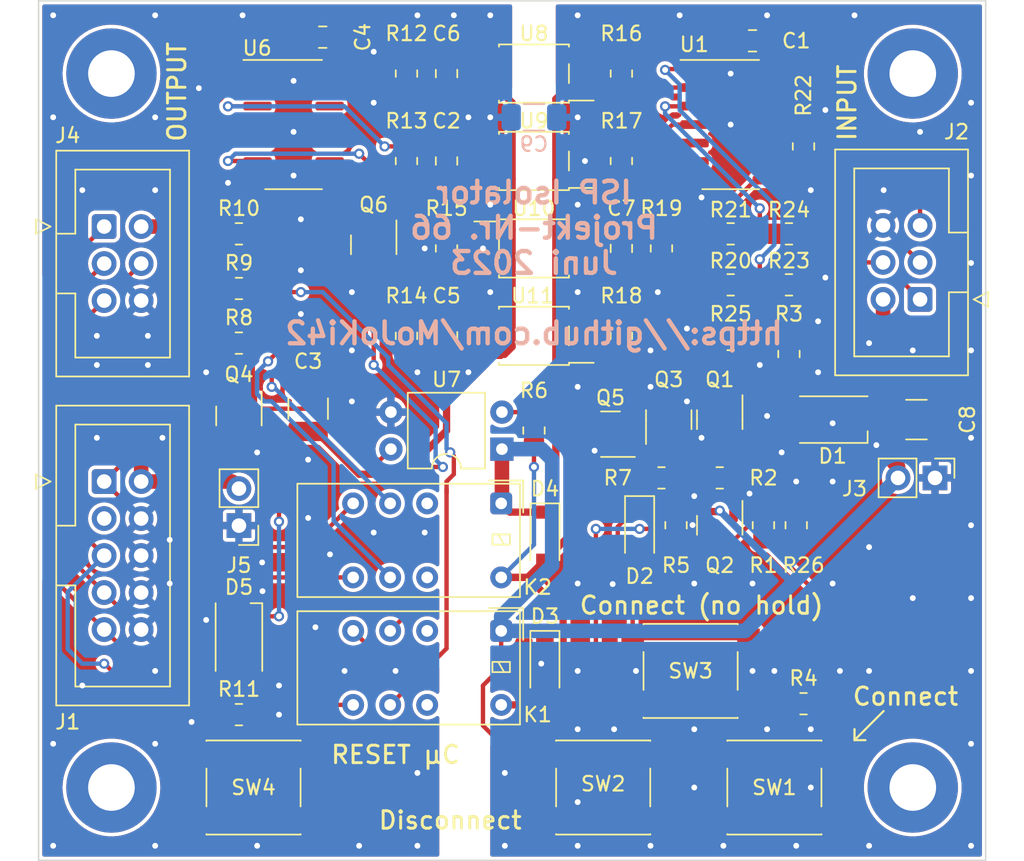
<source format=kicad_pcb>
(kicad_pcb (version 20211014) (generator pcbnew)
  (layers (0 "F.Cu" signal) (31 "B.Cu" signal) (34 "B.Paste" user) (35 "F.Paste" user) (36 "B.SilkS" user "B.Silkscreen") (37 "F.SilkS" user "F.Silkscreen") (38 "B.Mask" user) (39 "F.Mask" user) (44 "Edge.Cuts" user))
  (net 0 "")
  (net 1 "+5V")
  (net 2 "GND1")
  (net 3 "VCC")
  (net 4 "GND2")
  (net 5 "Net-(D1-Pad1)")
  (net 6 "Net-(D2-Pad1)")
  (net 7 "Net-(Q2-Pad3)")
  (net 8 "/EN")
  (net 9 "Net-(D5-Pad1)")
  (net 10 "/MOSI_ext")
  (net 11 "Net-(J1-Pad2)")
  (net 13 "/RESET_ext")
  (net 14 "/SCK_ext")
  (net 15 "/MISO_ext")
  (net 16 "/MISO")
  (net 17 "/SCK")
  (net 18 "/MOSI")
  (net 19 "/RESET")
  (net 21 "Net-(K1-Pad4)")
  (net 22 "Net-(K1-Pad9)")
  (net 25 "Net-(K2-Pad4)")
  (net 26 "Net-(K2-Pad9)")
  (net 28 "Net-(Q1-Pad1)")
  (net 29 "Net-(Q1-Pad3)")
  (net 30 "Net-(Q3-Pad1)")
  (net 31 "Net-(Q4-Pad1)")
  (net 32 "Net-(Q6-Pad1)")
  (net 33 "Net-(R1-Pad2)")
  (net 34 "Net-(SW3-Pad2)")
  (net 35 "Net-(R6-Pad1)")
  (net 36 "Net-(R10-Pad2)")
  (net 37 "Net-(R12-Pad1)")
  (net 38 "Net-(R13-Pad1)")
  (net 39 "Net-(R14-Pad1)")
  (net 40 "Net-(R15-Pad1)")
  (net 41 "Net-(R15-Pad2)")
  (net 42 "Net-(R16-Pad1)")
  (net 43 "Net-(R16-Pad2)")
  (net 44 "Net-(R17-Pad1)")
  (net 45 "Net-(R17-Pad2)")
  (net 46 "Net-(R18-Pad1)")
  (net 47 "Net-(R18-Pad2)")
  (net 48 "Net-(R19-Pad1)")
  (net 49 "Net-(R20-Pad2)")
  (net 50 "Net-(R21-Pad2)")
  (net 51 "Net-(R25-Pad2)")
  (footprint "Diode_SMD:D_SOD-123" (layer "F.Cu") (at 113.75 83.75 -90)
    (fp_text reference "D4")
    (fp_text value "MBR0520")
  )
  (footprint "Resistor_SMD:R_0805_2012Metric_Pad1.20x1.40mm_HandSolder" (layer "F.Cu") (at 126.5 66.5)
    (fp_text reference "R20")
    (fp_text value "1M")
  )
  (footprint "Resistor_SMD:R_0805_2012Metric_Pad1.20x1.40mm_HandSolder" (layer "F.Cu") (at 126.5 63)
    (fp_text reference "R21")
    (fp_text value "1M")
  )
  (footprint "Resistor_SMD:R_0805_2012Metric_Pad1.20x1.40mm_HandSolder" (layer "F.Cu") (at 130.5 71.25 -90)
    (fp_text reference "R3")
    (fp_text value "10k")
  )
  (footprint "Package_SO:SO-5_4.4x3.6mm_P1.27mm" (layer "F.Cu") (at 113 58 180)
    (fp_text reference "U9")
    (fp_text value "TLP2363")
  )
  (footprint "Connector_PinHeader_2.54mm:PinHeader_1x02_P2.54mm_Vertical" (layer "F.Cu") (at 92.75 83.025 180)
    (fp_text reference "J5")
    (fp_text value "Conn_01x02")
  )
  (footprint "Package_SO:SO-5_4.4x3.6mm_P1.27mm" (layer "F.Cu") (at 113 70 180)
    (fp_text reference "U11")
    (fp_text value "TLP2363")
  )
  (footprint "Resistor_SMD:R_0805_2012Metric_Pad1.20x1.40mm_HandSolder" (layer "F.Cu") (at 131 83 -90)
    (fp_text reference "R26")
    (fp_text value "4.7k")
  )
  (footprint "Diode_SMD:D_SOD-123" (layer "F.Cu") (at 120.25 83.25 -90)
    (fp_text reference "D2")
    (fp_text value "MBR0520")
  )
  (footprint "Resistor_SMD:R_0805_2012Metric_Pad1.20x1.40mm_HandSolder" (layer "F.Cu") (at 113 76.5 -90)
    (fp_text reference "R6")
    (fp_text value "1k")
  )
  (footprint "Package_TO_SOT_SMD:SOT-23" (layer "F.Cu") (at 118.25 76.75 180)
    (fp_text reference "Q5")
    (fp_text value "AP2302B")
  )
  (footprint "Resistor_SMD:R_0805_2012Metric_Pad1.20x1.40mm_HandSolder" (layer "F.Cu") (at 92.75 70.5 180)
    (fp_text reference "R8")
    (fp_text value "100k")
  )
  (footprint "Package_TO_SOT_SMD:SOT-23" (layer "F.Cu") (at 125.75 75.75 -90)
    (fp_text reference "Q1")
    (fp_text value "BC846")
  )
  (footprint "Capacitor_SMD:C_1210_3225Metric_Pad1.33x2.70mm_HandSolder" (layer "F.Cu") (at 139.25 75.75)
    (fp_text reference "C8")
    (fp_text value "4.7µ")
  )
  (footprint "_footprints:Via_ScrewHole_3mm" (layer "F.Cu") (at 139 101)
    (fp_text reference "U5" hide)
    (fp_text value "Via_ScrewHole_3mm")
  )
  (footprint "Capacitor_SMD:C_1210_3225Metric_Pad1.33x2.70mm_HandSolder" (layer "F.Cu") (at 97.5 75 90)
    (fp_text reference "C3")
    (fp_text value "4.7µ")
  )
  (footprint "Resistor_SMD:R_0805_2012Metric_Pad1.20x1.40mm_HandSolder" (layer "F.Cu") (at 107 64 90)
    (fp_text reference "R15")
    (fp_text value "1k")
  )
  (footprint "Package_TO_SOT_SMD:SOT-23" (layer "F.Cu") (at 122.25 75.75 90)
    (fp_text reference "Q3")
    (fp_text value "BC846")
  )
  (footprint "Package_TO_SOT_SMD:SOT-23" (layer "F.Cu") (at 125.75 83 -90)
    (fp_text reference "Q2")
    (fp_text value "BS250FTA")
  )
  (footprint "Resistor_SMD:R_0805_2012Metric_Pad1.20x1.40mm_HandSolder" (layer "F.Cu") (at 131.5 95.25)
    (fp_text reference "R4")
    (fp_text value "10k")
  )
  (footprint "Resistor_SMD:R_0805_2012Metric_Pad1.20x1.40mm_HandSolder" (layer "F.Cu") (at 126.5 70.25 180)
    (fp_text reference "R25")
    (fp_text value "100R")
  )
  (footprint "Connector_IDC:IDC-Header_2x03_P2.54mm_Vertical" (layer "F.Cu") (at 139.5 67.5 180)
    (fp_text reference "J2")
    (fp_text value "WSL 6G (Reichelt)")
  )
  (footprint "_footprints:Via_ScrewHole_3mm" (layer "F.Cu") (at 139 52)
    (fp_text reference "U4" hide)
    (fp_text value "Via_ScrewHole_3mm")
  )
  (footprint "Resistor_SMD:R_0805_2012Metric_Pad1.20x1.40mm_HandSolder" (layer "F.Cu") (at 92.75 66.75)
    (fp_text reference "R9")
    (fp_text value "100R")
  )
  (footprint "Button_Switch_SMD:SW_Push_1P1T_NO_6x6mm_H9.5mm" (layer "F.Cu") (at 93.75 101 180)
    (fp_text reference "SW4")
    (fp_text value "SW_Reset")
  )
  (footprint "Connector_PinHeader_2.54mm:PinHeader_1x02_P2.54mm_Vertical" (layer "F.Cu") (at 140.525 79.75 -90)
    (fp_text reference "J3")
    (fp_text value "Conn_01x02")
  )
  (footprint "Button_Switch_SMD:SW_Push_1P1T_NO_6x6mm_H9.5mm" (layer "F.Cu") (at 117.75 101)
    (fp_text reference "SW2")
    (fp_text value "SW_disconnect")
  )
  (footprint "LED_SMD:LED_PLCC-2_3.4x3.0mm_AK" (layer "F.Cu") (at 92.75 90.75 -90)
    (fp_text reference "D5")
    (fp_text value "LED grün")
  )
  (footprint "Diode_SMD:D_SOD-123" (layer "F.Cu") (at 113.75 92.5 -90)
    (fp_text reference "D3")
    (fp_text value "MBR0520")
  )
  (footprint "Resistor_SMD:R_0805_2012Metric_Pad1.20x1.40mm_HandSolder" (layer "F.Cu") (at 131.5 57 90)
    (fp_text reference "R22")
    (fp_text value "10k")
  )
  (footprint "Capacitor_SMD:C_0805_2012Metric_Pad1.18x1.45mm_HandSolder" (layer "F.Cu") (at 107 58 90)
    (fp_text reference "C2")
    (fp_text value "100n")
  )
  (footprint "Connector_IDC:IDC-Header_2x05_P2.54mm_Vertical" (layer "F.Cu") (at 83.5 80)
    (fp_text reference "J1")
    (fp_text value "WSL 10G (Reichelt)")
  )
  (footprint "Capacitor_SMD:C_0805_2012Metric_Pad1.18x1.45mm_HandSolder" (layer "F.Cu") (at 98.5 49.5 180)
    (fp_text reference "C4")
    (fp_text value "100n")
  )
  (footprint "Package_SO:SO-5_4.4x3.6mm_P1.27mm" (layer "F.Cu") (at 113 52 180)
    (fp_text reference "U8")
    (fp_text value "TLP2363")
  )
  (footprint "Resistor_SMD:R_0805_2012Metric_Pad1.20x1.40mm_HandSolder" (layer "F.Cu") (at 128.75 83 -90)
    (fp_text reference "R1")
    (fp_text value "10k")
  )
  (footprint "Resistor_SMD:R_0805_2012Metric_Pad1.20x1.40mm_HandSolder" (layer "F.Cu") (at 104.25 70 -90)
    (fp_text reference "R14")
    (fp_text value "10k")
  )
  (footprint "Resistor_SMD:R_0805_2012Metric_Pad1.20x1.40mm_HandSolder" (layer "F.Cu") (at 122.75 83 -90)
    (fp_text reference "R5")
    (fp_text value "10k")
  )
  (footprint "Resistor_SMD:R_0805_2012Metric_Pad1.20x1.40mm_HandSolder" (layer "F.Cu") (at 119 58 -90)
    (fp_text reference "R17")
    (fp_text value "1k")
  )
  (footprint "Package_TO_SOT_SMD:SOT-23" (layer "F.Cu") (at 92.75 75.5 -90)
    (fp_text reference "Q4")
    (fp_text value "FDN306P")
  )
  (footprint "Connector_IDC:IDC-Header_2x03_P2.54mm_Vertical" (layer "F.Cu") (at 83.5 62.5)
    (fp_text reference "J4")
    (fp_text value "WSL 6G (Reichelt)")
  )
  (footprint "Resistor_SMD:R_0805_2012Metric_Pad1.20x1.40mm_HandSolder" (layer "F.Cu") (at 130.5 63)
    (fp_text reference "R24")
    (fp_text value "100R")
  )
  (footprint "Resistor_SMD:R_0805_2012Metric_Pad1.20x1.40mm_HandSolder" (layer "F.Cu") (at 92.75 96 180)
    (fp_text reference "R11")
    (fp_text value "10k")
  )
  (footprint "Capacitor_SMD:C_0805_2012Metric_Pad1.18x1.45mm_HandSolder" (layer "F.Cu") (at 119 64 -90)
    (fp_text reference "C7")
    (fp_text value "100n")
  )
  (footprint "Resistor_SMD:R_0805_2012Metric_Pad1.20x1.40mm_HandSolder" (layer "F.Cu") (at 125.75 79.75 180)
    (fp_text reference "R2")
    (fp_text value "10k")
  )
  (footprint "_footprints:Via_ScrewHole_3mm" (layer "F.Cu") (at 84 52)
    (fp_text reference "U3" hide)
    (fp_text value "Via_ScrewHole_3mm")
  )
  (footprint "Package_SO:SO-14_3.9x8.65mm_P1.27mm" (layer "F.Cu") (at 126.5 55.5)
    (fp_text reference "U1")
    (fp_text value "74HC04")
  )
  (footprint "Button_Switch_SMD:SW_Push_1P1T_NO_6x6mm_H9.5mm" (layer "F.Cu") (at 123.75 93)
    (fp_text reference "SW3")
    (fp_text value "SW_connect_short")
  )
  (footprint "Resistor_SMD:R_0805_2012Metric_Pad1.20x1.40mm_HandSolder" (layer "F.Cu") (at 119 70 90)
    (fp_text reference "R18")
    (fp_text value "1k")
  )
  (footprint "Capacitor_SMD:C_0805_2012Metric_Pad1.18x1.45mm_HandSolder" (layer "F.Cu") (at 107 70 90)
    (fp_text reference "C5")
    (fp_text value "100n")
  )
  (footprint "Package_DIP:DIP-4_W7.62mm" (layer "F.Cu") (at 110.8 77.775 180)
    (fp_text reference "U7")
    (fp_text value "PC123")
  )
  (footprint "Relay_THT:Relay_DPDT_Kemet_EC2" (layer "F.Cu") (at 110.75 81.5 -90)
    (fp_text reference "K2")
    (fp_text value "EC2-5NU")
  )
  (footprint "Relay_THT:Relay_DPDT_Kemet_EC2" (layer "F.Cu") (at 110.75 90.25 -90)
    (fp_text reference "K1")
    (fp_text value "EC2-5NU")
  )
  (footprint "LED_SMD:LED_PLCC-2_3.4x3.0mm_AK" (layer "F.Cu") (at 133.5 75.75 180)
    (fp_text reference "D1")
    (fp_text value "LED grün")
  )
  (footprint "Resistor_SMD:R_0805_2012Metric_Pad1.20x1.40mm_HandSolder" (layer "F.Cu") (at 104.25 58 -90)
    (fp_text reference "R13")
    (fp_text value "10k")
  )
  (footprint "Package_TO_SOT_SMD:SOT-23" (layer "F.Cu") (at 102 63.75 -90)
    (fp_text reference "Q6")
    (fp_text value "AP2302B")
  )
  (footprint "Resistor_SMD:R_0805_2012Metric_Pad1.20x1.40mm_HandSolder" (layer "F.Cu") (at 92.75 63 180)
    (fp_text reference "R10")
    (fp_text value "1M")
  )
  (footprint "Capacitor_SMD:C_0805_2012Metric_Pad1.18x1.45mm_HandSolder" (layer "F.Cu") (at 107 52 90)
    (fp_text reference "C6")
    (fp_text value "100n")
  )
  (footprint "Resistor_SMD:R_0805_2012Metric_Pad1.20x1.40mm_HandSolder" (layer "F.Cu") (at 130.5 66.5)
    (fp_text reference "R23")
    (fp_text value "100R")
  )
  (footprint "Capacitor_SMD:C_0805_2012Metric_Pad1.18x1.45mm_HandSolder" (layer "F.Cu") (at 128 49.75 180)
    (fp_text reference "C1")
    (fp_text value "100n")
  )
  (footprint "Resistor_SMD:R_0805_2012Metric_Pad1.20x1.40mm_HandSolder" (layer "F.Cu") (at 121.75 64 90)
    (fp_text reference "R19")
    (fp_text value "10k")
  )
  (footprint "Resistor_SMD:R_0805_2012Metric_Pad1.20x1.40mm_HandSolder" (layer "F.Cu") (at 121.75 79.75 180)
    (fp_text reference "R7")
    (fp_text value "100k")
  )
  (footprint "Button_Switch_SMD:SW_Push_1P1T_NO_6x6mm_H9.5mm" (layer "F.Cu") (at 129.5 101)
    (fp_text reference "SW1")
    (fp_text value "SW_connect")
  )
  (footprint "Package_SO:SO-14_3.9x8.65mm_P1.27mm" (layer "F.Cu") (at 96.5 55.5)
    (fp_text reference "U6")
    (fp_text value "74HC04")
  )
  (footprint "Resistor_SMD:R_0805_2012Metric_Pad1.20x1.40mm_HandSolder" (layer "F.Cu") (at 119 52 -90)
    (fp_text reference "R16")
    (fp_text value "1k")
  )
  (footprint "Resistor_SMD:R_0805_2012Metric_Pad1.20x1.40mm_HandSolder" (layer "F.Cu") (at 104.25 52 -90)
    (fp_text reference "R12")
    (fp_text value "10k")
  )
  (footprint "Package_SO:SO-5_4.4x3.6mm_P1.27mm" (layer "F.Cu") (at 113 64)
    (fp_text reference "U10")
    (fp_text value "TLP2363")
  )
  (footprint "_footprints:Via_ScrewHole_3mm" (layer "F.Cu") (at 84 101)
    (fp_text reference "U2" hide)
    (fp_text value "Via_ScrewHole_3mm")
  )
  (footprint "Capacitor_SMD:C_1206_3216Metric_Pad1.33x1.80mm_HandSolder" (layer "B.Cu") (at 113 55)
    (fp_text reference "C9")
    (fp_text value "1nF 2kV")
  )
  (gr_line (start 137 95.75) (end 135 97.75) (layer "F.SilkS") (width 0.15))
  (gr_line (start 135 97) (end 135 97.75) (layer "F.SilkS") (width 0.15))
  (gr_line (start 135.75 97.75) (end 135 97.75) (layer "F.SilkS") (width 0.15))
  (gr_line (start 135 97.75) (end 135 97) (layer "F.SilkS") (width 0.15))
  (gr_line (start 144 106) (end 144 47) (layer "Edge.Cuts") (width 0.1))
  (gr_line (start 79 106) (end 144 106) (layer "Edge.Cuts") (width 0.1))
  (gr_line (start 79 47) (end 79 106) (layer "Edge.Cuts") (width 0.1))
  (gr_line (start 144 47) (end 79 47) (layer "Edge.Cuts") (width 0.1))
  (gr_text "ISP Isolator\nProjekt-Nr. 66\nJuni 2023\n\nhttps://github.com/MoJoKi42" (at 113 65) (layer "B.SilkS") (effects (font (size 1.5 1.5) (thickness 0.3)) (justify mirror)))
  (gr_text "RESET µC" (at 103.5 98.75) (layer "F.SilkS") (effects (font (size 1.2 1.2) (thickness 0.2))))
  (gr_text "Connect" (at 138.5 94.75) (layer "F.SilkS") (effects (font (size 1.2 1.2) (thickness 0.2))))
  (gr_text "Disconnect" (at 107.25 103.25) (layer "F.SilkS") (effects (font (size 1.2 1.2) (thickness 0.2))))
  (gr_text "Connect (no hold)" (at 124.5 88.5) (layer "F.SilkS") (effects (font (size 1.2 1.2) (thickness 0.2))))
  (gr_text "OUTPUT" (at 88.5 53.25 90) (layer "F.SilkS") (effects (font (size 1.2 1.2) (thickness 0.2))))
  (gr_text "INPUT" (at 134.5 54 90) (layer "F.SilkS") (effects (font (size 1.2 1.2) (thickness 0.2))))
  (segment (start 137.6875 69.9375) (end 140.8125 69.9375) (width 0.5) (layer "F.Cu") (net 1))
  (segment (start 113.15 90.25) (end 113.75 90.85) (width 0.5) (layer "F.Cu") (net 1))
  (segment (start 116.15 59.27) (end 114.52 59.27) (width 0.5) (layer "F.Cu") (net 1))
  (segment (start 141.5 69.25) (end 141.5 60.5) (width 0.5) (layer "F.Cu") (net 1))
  (segment (start 133.475 96.225) (end 133.475 98.75) (width 0.3) (layer "F.Cu") (net 1))
  (segment (start 119 62.9625) (end 121.7125 62.9625) (width 0.5) (layer "F.Cu") (net 1))
  (segment (start 137.6875 69.9375) (end 136.96 69.21) (width 1) (layer "F.Cu") (net 1))
  (segment (start 116.15 53.27) (end 114.98 53.27) (width 0.5) (layer "F.Cu") (net 1))
  (segment (start 128.975 51.69) (end 130.69 51.69) (width 0.5) (layer "F.Cu") (net 1))
  (segment (start 137 56) (end 131.5 56) (width 0.5) (layer "F.Cu") (net 1))
  (segment (start 140.8125 69.9375) (end 141.5 69.25) (width 0.5) (layer "F.Cu") (net 1))
  (segment (start 137.6875 78.6875) (end 137.985 78.985) (width 1) (layer "F.Cu") (net 1))
  (segment (start 137.6875 75.75) (end 137.6875 78.6875) (width 1) (layer "F.Cu") (net 1))
  (segment (start 116.15 62.73) (end 114.52 62.73) (width 0.5) (layer "F.Cu") (net 1))
  (segment (start 110.8 77.775) (end 110.8 81.45) (width 1) (layer "F.Cu") (net 1))
  (segment (start 124.8 82.0625) (end 124.8 79.8) (width 0.5) (layer "F.Cu") (net 1))
  (segment (start 132.5 95.25) (end 133.475 96.225) (width 0.3) (layer "F.Cu") (net 1))
  (segment (start 124.8 82.0625) (end 125.6875 82.0625) (width 0.5) (layer "F.Cu") (net 1))
  (segment (start 109.5 94) (end 110.75 92.75) (width 0.3) (layer "F.Cu") (net 1))
  (segment (start 141.5 60.5) (end 137 56) (width 0.5) (layer "F.Cu") (net 1))
  (segment (start 128.975 51.69) (end 128.975 49.8125) (width 0.5) (layer "F.Cu") (net 1))
  (segment (start 114.52 62.73) (end 114.5 62.75) (width 0.5) (layer "F.Cu") (net 1))
  (segment (start 114.52 59.27) (end 114.5 59.25) (width 0.5) (layer "F.Cu") (net 1))
  (segment (start 111.35 82.1) (end 110.75 81.5) (width 0.5) (layer "F.Cu") (net 1))
  (segment (start 125.525 98.75) (end 133.475 98.75) (width 0.3) (layer "F.Cu") (net 1))
  (segment (start 113.75 82.1) (end 111.35 82.1) (width 0.5) (layer "F.Cu") (net 1))
  (segment (start 130.69 51.69) (end 131.5 52.5) (width 0.5) (layer "F.Cu") (net 1))
  (segment (start 136.96 69.21) (end 136.96 67.5) (width 1) (layer "F.Cu") (net 1))
  (segment (start 121.7125 62.9625) (end 121.75 63) (width 0.5) (layer "F.Cu") (net 1))
  (segment (start 125.25 98.75) (end 124 100) (width 0.3) (layer "F.Cu") (net 1))
  (segment (start 131.5 52.5) (end 131.5 56) (width 0.5) (layer "F.Cu") (net 1))
  (segment (start 137.6875 75.75) (end 137.6875 69.9375) (width 1) (layer "F.Cu") (net 1))
  (segment (start 112.75 100) (end 109.5 96.75) (width 0.3) (layer "F.Cu") (net 1))
  (segment (start 118.7675 62.73) (end 119 62.9625) (width 0.5) (layer "F.Cu") (net 1))
  (segment (start 114.5 53.75) (end 114.5 81.35) (width 0.5) (layer "F.Cu") (net 1))
  (segment (start 110.8 81.45) (end 110.75 81.5) (width 1) (layer "F.Cu") (net 1))
  (segment (start 137.985 78.985) (end 137.985 79.75) (width 1) (layer "F.Cu") (net 1))
  (segment (start 125.525 98.75) (end 125.25 98.75) (width 0.3) (layer "F.Cu") (net 1))
  (segment (start 125.6875 82.0625) (end 125.75 82) (width 0.5) (layer "F.Cu") (net 1))
  (segment (start 116.15 62.73) (end 118.7675 62.73) (width 0.5) (layer "F.Cu") (net 1))
  (segment (start 124 100) (end 112.75 100) (width 0.3) (layer "F.Cu") (net 1))
  (segment (start 135 75.75) (end 137.6875 75.75) (width 0.3) (layer "F.Cu") (net 1))
  (segment (start 114.5 81.35) (end 113.75 82.1) (width 0.5) (layer "F.Cu") (net 1))
  (segment (start 109.5 96.75) (end 109.5 94) (width 0.3) (layer "F.Cu") (net 1))
  (segment (start 110.75 92.75) (end 110.75 90.25) (width 0.3) (layer "F.Cu") (net 1))
  (segment (start 110.75 90.25) (end 113.15 90.25) (width 0.5) (layer "F.Cu") (net 1))
  (segment (start 128.975 49.8125) (end 129.0375 49.75) (width 0.5) (layer "F.Cu") (net 1))
  (segment (start 114.98 53.27) (end 114.5 53.75) (width 0.5) (layer "F.Cu") (net 1))
  (segment (start 124.8 79.8) (end 124.75 79.75) (width 0.5) (layer "F.Cu") (net 1))
  (via (at 125.75 82) (size 0.7) (drill 0.4) (layers "F.Cu" "B.Cu") (net 1))
  (segment (start 110.8 77.775) (end 113.525 77.775) (width 1) (layer "B.Cu") (net 1))
  (segment (start 114.25 85.75) (end 110.75 89.25) (width 1) (layer "B.Cu") (net 1))
  (segment (start 137.985 79.75) (end 127.985 89.75) (width 1) (layer "B.Cu") (net 1))
  (segment (start 125.75 82) (end 130.75 87) (width 0.5) (layer "B.Cu") (net 1))
  (segment (start 113.525 77.775) (end 114.25 78.5) (width 1) (layer "B.Cu") (net 1))
  (segment (start 110.75 90.25) (end 127.5 90.25) (width 1) (layer "B.Cu") (net 1))
  (segment (start 127.5 90.25) (end 128.25 89.5) (width 1) (layer "B.Cu") (net 1))
  (segment (start 114.25 78.5) (end 114.25 85.75) (width 1) (layer "B.Cu") (net 1))
  (segment (start 110.75 89.25) (end 110.75 90.25) (width 1) (layer "B.Cu") (net 1))
  (via (at 139 71) (size 0.7) (drill 0.4) (layers "F.Cu" "B.Cu") (net 2))
  (via (at 136 105) (size 0.7) (drill 0.4) (layers "F.Cu" "B.Cu") (net 2))
  (via (at 128 93) (size 0.7) (drill 0.4) (layers "F.Cu" "B.Cu") (net 2))
  (via (at 124.5 77) (size 0.7) (drill 0.4) (layers "F.Cu" "B.Cu") (net 2))
  (via (at 132 101) (size 0.7) (drill 0.4) (layers "F.Cu" "B.Cu") (net 2))
  (via (at 116 48) (size 0.7) (drill 0.4) (layers "F.Cu" "B.Cu") (net 2))
  (via (at 143 54) (size 0.7) (drill 0.4) (layers "F.Cu" "B.Cu") (net 2))
  (via (at 124 87) (size 0.7) (drill 0.4) (layers "F.Cu" "B.Cu") (net 2))
  (via (at 127.794991 80.828236) (size 0.7) (drill 0.4) (layers "F.Cu" "B.Cu") (net 2))
  (via (at 118.402399 87.037076) (size 0.7) (drill 0.4) (layers "F.Cu" "B.Cu") (net 2))
  (via (at 116 97) (size 0.7) (drill 0.4) (layers "F.Cu" "B.Cu") (net 2))
  (via (at 130 78) (size 0.7) (drill 0.4) (layers "F.Cu" "B.Cu") (net 2))
  (via (at 133 66) (size 0.7) (drill 0.4) (layers "F.Cu" "B.Cu") (net 2))
  (via (at 111 100) (size 0.7) (drill 0.4) (layers "F.Cu" "B.Cu") (net 2))
  (via (at 116 67) (size 0.7) (drill 0.4) (layers "F.Cu" "B.Cu") (net 2))
  (via (at 129 97) (size 0.7) (drill 0.4) (layers "F.Cu" "B.Cu") (net 2))
  (via (at 116.5 58) (size 0.7) (drill 0.4) (layers "F.Cu" "B.Cu") (net 2))
  (via (at 143 77) (size 0.7) (drill 0.4) (layers "F.Cu" "B.Cu") (net 2))
  (via (at 131 80) (size 0.7) (drill 0.4) (layers "F.Cu" "B.Cu") (net 2))
  (via (at 134 93) (size 0.7) (drill 0.4) (layers "F.Cu" "B.Cu") (net 2))
  (via (at 132 97) (size 0.7) (drill 0.4) (layers "F.Cu" "B.Cu") (net 2))
  (via (at 143 71) (size 0.7) (drill 0.4) (layers "F.Cu" "B.Cu") (net 2))
  (via (at 143 59) (size 0.7) (drill 0.4) (layers "F.Cu" "B.Cu") (net 2))
  (via (at 124.5 60.5) (size 0.7) (drill 0.4) (layers "F.Cu" "B.Cu") (net 2))
  (via (at 116 87) (size 0.7) (drill 0.4) (layers "F.Cu" "B.Cu") (net 2))
  (via (at 132 60) (size 0.7) (drill 0.4) (layers "F.Cu" "B.Cu") (net 2))
  (via (at 124 81) (size 0.7) (drill 0.4) (layers "F.Cu" "B.Cu") (net 2))
  (via (at 143 105) (size 0.7) (drill 0.4) (layers "F.Cu" "B.Cu") (net 2))
  (via (at 137 60) (size 0.7) (drill 0.4) (layers "F.Cu" "B.Cu") (net 2))
  (via (at 129 48) (size 0.7) (drill 0.4) (layers "F.Cu" "B.Cu") (net 2))
  (via (at 123.5 74.5) (size 0.7) (drill 0.4) (layers "F.Cu" "B.Cu") (net 2))
  (via (at 116 61) (size 0.7) (drill 0.4) (layers "F.Cu" "B.Cu") (net 2))
  (via (at 123.886306 82.98604) (size 0.7) (drill 0.4) (layers "F.Cu" "B.Cu") (net 2))
  (via (at 143 98) (size 0.7) (drill 0.4) (layers "F.Cu" "B.Cu") (net 2))
  (via (at 124 101) (size 0.7) (drill 0.4) (layers "F.Cu" "B.Cu") (net 2))
  (via (at 139.5 56) (size 0.7) (drill 0.4) (layers "F.Cu" "B.Cu") (net 2))
  (via (at 111 105) (size 0.7) (drill 0.4) (layers "F.Cu" "B.Cu") (net 2))
  (via (at 136 93) (size 0.7) (drill 0.4) (layers "F.Cu" "B.Cu") (net 2))
  (via (at 124 97) (size 0.7) (drill 0.4) (layers "F.Cu" "B.Cu") (net 2))
  (via (at 135 48) (size 0.7) (drill 0.4) (layers "F.Cu" "B.Cu") (net 2))
  (via (at 116 102) (size 0.7) (drill 0.4) (layers "F.Cu" "B.Cu") (net 2))
  (via (at 136 70.5) (size 0.7) (drill 0.4) (layers "F.Cu" "B.Cu") (net 2))
  (via (at 143 65) (size 0.7) (drill 0.4) (layers "F.Cu" "B.Cu") (net 2))
  (via (at 132.5 69) (size 0.7) (drill 0.4) (layers "F.Cu" "B.Cu") (net 2))
  (via (at 143 83) (size 0.7) (drill 0.4) (layers "F.Cu" "B.Cu") (net 2))
  (via (at 121.5 67) (size 0.7) (drill 0.4) (layers "F.Cu" "B.Cu") (net 2))
  (via (at 116 93) (size 0.7) (drill 0.4) (layers "F.Cu" "B.Cu") (net 2))
  (via (at 126.5 55.5) (size 0.7) (drill 0.4) (layers "F.Cu" "B.Cu") (net 2))
  (via (at 136 84.5) (size 0.7) (drill 0.4) (layers "F.Cu" "B.Cu") (net 2))
  (via (at 118.5 97) (size 0.7) (drill 0.4) (layers "F.Cu" "B.Cu") (net 2))
  (via (at 128.5 72) (size 0.7) (drill 0.4) (layers "F.Cu" "B.Cu") (net 2))
  (via (at 116 73.5) (size 0.7) (drill 0.4) (layers "F.Cu" "B.Cu") (net 2))
  (via (at 143 88) (size 0.7) (drill 0.4) (layers "F.Cu" "B.Cu") (net 2))
  (via (at 133 54.5) (size 0.7) (drill 0.4) (layers "F.Cu" "B.Cu") (net 2))
  (via (at 120 93) (size 0.7) (drill 0.4) (layers "F.Cu" "B.Cu") (net 2))
  (via (at 129 75.5) (size 0.7) (drill 0.4) (layers "F.Cu" "B.Cu") (net 2))
  (via (at 133.5 76) (size 0.7) (drill 0.4) (layers "F.Cu" "B.Cu") (net 2))
  (via (at 128 87) (size 0.7) (drill 0.4) (layers "F.Cu" "B.Cu") (net 2))
  (via (at 117.161552 77.88238) (size 0.7) (drill 0.4) (layers "F.Cu" "B.Cu") (net 2))
  (via (at 126 105) (size 0.7) (drill 0.4) (layers "F.Cu" "B.Cu") (net 2))
  (via (at 139 88) (size 0.7) (drill 0.4) (layers "F.Cu" "B.Cu") (net 2))
  (via (at 121 105) (size 0.7) (drill 0.4) (layers "F.Cu" "B.Cu") (net 2))
  (via (at 121 73.5) (size 0.7) (drill 0.4) (layers "F.Cu" "B.Cu") (net 2))
  (via (at 133.5 87) (size 0.7) (drill 0.4) (layers "F.Cu" "B.Cu") (net 2))
  (via (at 116 55) (size 0.7) (drill 0.4) (layers "F.Cu" "B.Cu") (net 2))
  (via (at 132.5 72.5) (size 0.7) (drill 0.4) (layers "F.Cu" "B.Cu") (net 2))
  (via (at 129.5 93) (size 0.7) (drill 0.4) (layers "F.Cu" "B.Cu") (net 2))
  (via (at 131 105) (size 0.7) (drill 0.4) (layers "F.Cu" "B.Cu") (net 2))
  (via (at 113.5 92.5) (size 0.7) (drill 0.4) (layers "F.Cu" "B.Cu") (net 2))
  (via (at 121 71) (size 0.7) (drill 0.4) (layers "F.Cu" "B.Cu") (net 2))
  (via (at 133.5 80) (size 0.7) (drill 0.4) (layers "F.Cu" "B.Cu") (net 2))
  (via (at 116 105) (size 0.7) (drill 0.4) (layers "F.Cu" "B.Cu") (net 2))
  (via (at 143 93) (size 0.7) (drill 0.4) (layers "F.Cu" "B.Cu") (net 2))
  (via (at 126.5 52) (size 0.7) (drill 0.4) (layers "F.Cu" "B.Cu") (net 2))
  (via (at 123.5 69.5) (size 0.7) (drill 0.4) (layers "F.Cu" "B.Cu") (net 2))
  (via (at 136.5 77.5) (size 0.7) (drill 0.4) (layers "F.Cu" "B.Cu") (net 2))
  (via (at 123 48) (size 0.7) (drill 0.4) (layers "F.Cu" "B.Cu") (net 2))
  (segment (start 101 79.5) (end 104 79.5) (width 0.5) (layer "F.Cu") (net 3))
  (segment (start 109.85 62.73) (end 110.48 62.73) (width 0.5) (layer "F.Cu") (net 3))
  (segment (start 97.5 76.5625) (end 98.0625 76.5625) (width 0.5) (layer "F.Cu") (net 3))
  (segment (start 92.75 89.25) (end 95.5 89.25) (width 0.3) (layer "F.Cu") (net 3))
  (segment (start 102.94 51.69) (end 104.25 53) (width 0.5) (layer "F.Cu") (net 3))
  (segment (start 99.31 51.69) (end 99.5375 51.4625) (width 0.5) (layer "F.Cu") (net 3))
  (segment (start 99.5375 51.4625) (end 99.5375 49.5) (width 0.5) (layer "F.Cu") (net 3))
  (segment (start 109.85 59.27) (end 111.48 59.27) (width 0.5) (layer "F.Cu") (net 3))
  (segment (start 109.85 53.27) (end 107.2325 53.27) (width 0.5) (layer "F.Cu") (net 3))
  (segment (start 107.2325 53.27) (end 107 53.0375) (width 0.5) (layer "F.Cu") (net 3))
  (segment (start 104.25 53) (end 106.9625 53) (width 0.5) (layer "F.Cu") (net 3))
  (segment (start 110.77 53.27) (end 109.85 53.27) (width 0.5) (layer "F.Cu") (net 3))
  (segment (start 107 71.0375) (end 104.2875 71.0375) (width 0.5) (layer "F.Cu") (net 3))
  (segment (start 95.5 82.75) (end 95.5 76.5) (width 0.3) (layer "F.Cu") (net 3))
  (segment (start 104.25 59) (end 106.9625 59) (width 0.5) (layer "F.Cu") (net 3))
  (segment (start 106.9625 53) (end 107 53.0375) (width 0.5) (layer "F.Cu") (net 3))
  (segment (start 111.48 62.73) (end 111.5 62.75) (width 0.5) (layer "F.Cu") (net 3))
  (segment (start 111.5 70.75) (end 111.5 54) (width 0.5) (layer "F.Cu") (net 3))
  (segment (start 109.85 71.27) (end 110.98 71.27) (width 0.5) (layer "F.Cu") (net 3))
  (segment (start 98.975 51.69) (end 99.31 51.69) (width 0.5) (layer "F.Cu") (net 3))
  (segment (start 106.9625 59) (end 107 59.0375) (width 0.5) (layer "F.Cu") (net 3))
  (segment (start 110.98 71.27) (end 111.5 70.75) (width 0.5) (layer "F.Cu") (net 3))
  (segment (start 107.2325 59.27) (end 107 59.0375) (width 0.5) (layer "F.Cu") (net 3))
  (segment (start 107 76.5) (end 107 71.0375) (width 0.5) (layer "F.Cu") (net 3))
  (segment (start 97.375 76.4375) (end 97.5 76.5625) (width 0.5) (layer "F.Cu") (net 3))
  (segment (start 109.85 62.73) (end 111.48 62.73) (width 0.5) (layer "F.Cu") (net 3))
  (segment (start 111.5 54) (end 110.77 53.27) (width 0.5) (layer "F.Cu") (net 3))
  (segment (start 109.85 59.27) (end 107.2325 59.27) (width 0.5) (layer "F.Cu") (net 3))
  (segment (start 107.2325 71.27) (end 107 71.0375) (width 0.5) (layer "F.Cu") (net 3))
  (segment (start 98.975 51.69) (end 102.94 51.69) (width 0.5) (layer "F.Cu") (net 3))
  (segment (start 92.75 76.4375) (end 97.375 76.4375) (width 0.5) (layer "F.Cu") (net 3))
  (segment (start 109.85 71.27) (end 107.2325 71.27) (width 0.5) (layer "F.Cu") (net 3))
  (segment (start 98.0625 76.5625) (end 101 79.5) (width 0.5) (layer "F.Cu") (net 3))
  (segment (start 111.48 59.27) (end 111.5 59.25) (width 0.5) (layer "F.Cu") (net 3))
  (segment (start 104.2875 71.0375) (end 104.25 71) (width 0.5) (layer "F.Cu") (net 3))
  (segment (start 104 79.5) (end 107 76.5) (width 0.5) (layer "F.Cu") (net 3))
  (via (at 95.5 89.25) (size 0.7) (drill 0.4) (layers "F.Cu" "B.Cu") (net 3))
  (via (at 95.5 82.75) (size 0.7) (drill 0.4) (layers "F.Cu" "B.Cu") (net 3))
  (segment (start 95.5 89.25) (end 95.5 82.75) (width 0.3) (layer "B.Cu") (net 3))
  (via (at 109.5 64) (size 0.7) (drill 0.4) (layers "F.Cu" "B.Cu") (net 4))
  (via (at 80 55) (size 0.7) (drill 0.4) (layers "F.Cu" "B.Cu") (net 4))
  (via (at 90.5 89.5) (size 0.7) (drill 0.4) (layers "F.Cu" "B.Cu") (net 4))
  (via (at 100.5 67) (size 0.7) (drill 0.4) (layers "F.Cu" "B.Cu") (net 4))
  (via (at 93 48) (size 0.7) (drill 0.4) (layers "F.Cu" "B.Cu") (net 4))
  (via (at 110 55) (size 0.7) (drill 0.4) (layers "F.Cu" "B.Cu") (net 4))
  (via (at 94 105) (size 0.7) (drill 0.4) (layers "F.Cu" "B.Cu") (net 4))
  (via (at 102 83.5) (size 0.7) (drill 0.4) (layers "F.Cu" "B.Cu") (net 4))
  (via (at 110 48) (size 0.7) (drill 0.4) (layers "F.Cu" "B.Cu") (net 4))
  (via (at 82 60) (size 0.7) (drill 0.4) (layers "F.Cu" "B.Cu") (net 4))
  (via (at 86.5 72) (size 0.7) (drill 0.4) (layers "F.Cu" "B.Cu") (net 4))
  (via (at 102 54) (size 0.7) (drill 0.4) (layers "F.Cu" "B.Cu") (net 4))
  (via (at 88 84) (size 0.7) (drill 0.4) (layers "F.Cu" "B.Cu") (net 4))
  (via (at 105 100) (size 0.7) (drill 0.4) (layers "F.Cu" "B.Cu") (net 4))
  (via (at 96.5 59) (size 0.7) (drill 0.4) (layers "F.Cu" "B.Cu") (net 4))
  (via (at 105.5 83.5) (size 0.7) (drill 0.4) (layers "F.Cu" "B.Cu") (net 4))
  (via (at 94.367015 87.523931) (size 0.7) (drill 0.4) (layers "F.Cu" "B.Cu") (net 4))
  (via (at 90.5 72.5) (size 0.7) (drill 0.4) (layers "F.Cu" "B.Cu") (net 4))
  (via (at 105 48) (size 0.7) (drill 0.4) (layers "F.Cu" "B.Cu") (net 4))
  (via (at 87 48) (size 0.7) (drill 0.4) (layers "F.Cu" "B.Cu") (net 4))
  (via (at 97 68.5) (size 0.7) (drill 0.4) (layers "F.Cu" "B.Cu") (net 4))
  (via (at 110 61) (size 0.7) (drill 0.4) (layers "F.Cu" "B.Cu") (net 4))
  (via (at 100.5 71) (size 0.7) (drill 0.4) (layers "F.Cu" "B.Cu") (net 4))
  (via (at 87 98) (size 0.7) (drill 0.4) (layers "F.Cu" "B.Cu") (net 4))
  (via (at 87 105) (size 0.7) (drill 0.4) (layers "F.Cu" "B.Cu") (net 4))
  (via (at 80 98) (size 0.7) (drill 0.4) (layers "F.Cu" "B.Cu") (net 4))
  (via (at 102 50.5) (size 0.7) (drill 0.4) (layers "F.Cu" "B.Cu") (net 4))
  (via (at 99 85) (size 0.7) (drill 0.4) (layers "F.Cu" "B.Cu") (net 4))
  (via (at 107.5 48) (size 0.7) (drill 0.4) (layers "F.Cu" "B.Cu") (net 4))
  (via (at 87 55) (size 0.7) (drill 0.4) (layers "F.Cu" "B.Cu") (net 4))
  (via (at 83 72) (size 0.7) (drill 0.4) (layers "F.Cu" "B.Cu") (net 4))
  (via (at 97 65.5) (size 0.7) (drill 0.4) (layers "F.Cu" "B.Cu") (net 4))
  (via (at 100 93) (size 0.7) (drill 0.4) (layers "F.Cu" "B.Cu") (net 4))
  (via (at 110 67) (size 0.7) (drill 0.4) (layers "F.Cu" "B.Cu") (net 4))
  (via (at 96.5 52.5) (size 0.7) (drill 0.4) (layers "F.Cu" "B.Cu") (net 4))
  (via (at 100.5 74.5) (size 0.7) (drill 0.4) (layers "F.Cu" "B.Cu") (net 4))
  (via (at 108.5 55) (size 0.7) (drill 0.4) (layers "F.Cu" "B.Cu") (net 4))
  (via (at 80 48) (size 0.7) (drill 0.4) (layers "F.Cu" "B.Cu") (net 4))
  (via (at 98 90) (size 0.7) (drill 0.4) (layers "F.Cu" "B.Cu") (net 4))
  (via (at 96.5 56) (size 0.7) (drill 0.4) (layers "F.Cu" "B.Cu") (net 4))
  (via (at 97.5 82.5) (size 0.7) (drill 0.4) (layers "F.Cu" "B.Cu") (net 4))
  (via (at 89.5 96.5) (size 0.7) (drill 0.4) (layers "F.Cu" "B.Cu") (net 4))
  (via (at 80 105) (size 0.7) (drill 0.4) (layers "F.Cu" "B.Cu") (net 4))
  (via (at 94.343079 85.553192) (size 0.7) (drill 0.4) (layers "F.Cu" "B.Cu") (net 4))
  (via (at 97.5 78.5) (size 0.7) (drill 0.4) (layers "F.Cu" "B.Cu") (net 4))
  (via (at 95.5 96) (size 0.7) (drill 0.4) (layers "F.Cu" "B.Cu") (net 4))
  (via (at 105.5 64) (size 0.7) (drill 0.4) (layers "F.Cu" "B.Cu") (net 4))
  (via (at 83 77) (size 0.7) (drill 0.4) (layers "F.Cu" "B.Cu") (net 4))
  (via (at 101 105) (size 0.7) (drill 0.4) (layers "F.Cu" "B.Cu") (net 4))
  (via (at 87 60) (size 0.7) (drill 0.4) (layers "F.Cu" "B.Cu") (net 4))
  (via (at 87.5 77) (size 0.7) (drill 0.4) (layers "F.Cu" "B.Cu") (net 4))
  (via (at 86.5 70) (size 0.7) (drill 0.4) (layers "F.Cu" "B.Cu") (net 4))
  (via (at 83 70) (size 0.7) (drill 0.4) (layers "F.Cu" "B.Cu") (net 4))
  (via (at 88 87) (size 0.7) (drill 0.4) (layers "F.Cu" "B.Cu") (net 4))
  (via (at 94 78) (size 0.7) (drill 0.4) (layers "F.Cu" "B.Cu") (net 4))
  (via (at 97 62) (size 0.7) (drill 0.4) (layers "F.Cu" "B.Cu") (net 4))
  (via (at 92 59.5) (size 0.7) (drill 0.4) (layers "F.Cu" "B.Cu") (net 4))
  (via (at 105 72.5) (size 0.7) (drill 0.4) (layers "F.Cu" "B.Cu") (net 4))
  (via (at 90 53) (size 0.7) (drill 0.4) (layers "F.Cu" "B.Cu") (net 4))
  (via (at 105 105) (size 0.7) (drill 0.4) (layers "F.Cu" "B.Cu") (net 4))
  (via (at 108.5 72.5) (size 0.7) (drill 0.4) (layers "F.Cu" "B.Cu") (net 4))
  (via (at 82 94) (size 0.7) (drill 0.4) (layers "F.Cu" "B.Cu") (net 4))
  (via (at 87 93) (size 0.7) (drill 0.4) (layers "F.Cu" "B.Cu") (net 4))
  (via (at 95.5 94) (size 0.7) (drill 0.4) (layers "F.Cu" "B.Cu") (net 4))
  (via (at 103.5 93) (size 0.7) (drill 0.4) (layers "F.Cu" "B.Cu") (net 4))
  (segment (start 130.5 73.75) (end 130.5 72.25) (width 0.3) (layer "F.Cu") (net 5))
  (segment (start 132 75.25) (end 130.5 73.75) (width 0.3) (layer "F.Cu") (net 5))
  (segment (start 132 75.75) (end 132 75.25) (width 0.3) (layer "F.Cu") (net 5))
  (segment (start 120.75 78.5) (end 120.75 79.75) (width 0.3) (layer "F.Cu") (net 6))
  (segment (start 119.775 90.75) (end 119.775 87.025) (width 0.3) (layer "F.Cu") (net 6))
  (segment (start 120.75 79.75) (end 120.75 81.1) (width 0.3) (layer "F.Cu") (net 6))
  (segment (start 120.75 81.1) (end 120.25 81.6) (width 0.3) (layer "F.Cu") (net 6))
  (segment (start 118.75 86) (end 118.75 83.1) (width 0.3) (layer "F.Cu") (net 6))
  (segment (start 119.1875 77.7) (end 119.95 77.7) (width 0.3) (layer "F.Cu") (net 6))
  (segment (start 119.775 90.75) (end 127.725 90.75) (width 0.3) (layer "F.Cu") (net 6))
  (segment (start 119.775 87.025) (end 118.75 86) (width 0.3) (layer "F.Cu") (net 6))
  (segment (start 118.75 83.1) (end 120.25 81.6) (width 0.3) (layer "F.Cu") (net 6))
  (segment (start 119.95 77.7) (end 120.75 78.5) (width 0.3) (layer "F.Cu") (net 6))
  (segment (start 125.6875 84) (end 125.75 83.9375) (width 0.3) (layer "F.Cu") (net 7))
  (segment (start 126.8125 83.9375) (end 127.75 83) (width 0.3) (layer "F.Cu") (net 7))
  (segment (start 130 83) (end 131 84) (width 0.3) (layer "F.Cu") (net 7))
  (segment (start 125.75 83.9375) (end 126.8125 83.9375) (width 0.3) (layer "F.Cu") (net 7))
  (segment (start 121.15 84) (end 120.25 84.9) (width 0.3) (layer "F.Cu") (net 7))
  (segment (start 127.75 83) (end 130 83) (width 0.3) (layer "F.Cu") (net 7))
  (segment (start 122.75 84) (end 121.15 84) (width 0.3) (layer "F.Cu") (net 7))
  (segment (start 122.75 84) (end 125.6875 84) (width 0.3) (layer "F.Cu") (net 7))
  (segment (start 112.57 95.33) (end 113.75 94.15) (width 0.5) (layer "F.Cu") (net 8))
  (segment (start 112.57 86.58) (end 113.75 85.4) (width 0.5) (layer "F.Cu") (net 8))
  (segment (start 115.5 83.65) (end 113.75 85.4) (width 0.5) (layer "F.Cu") (net 8))
  (segment (start 117.3125 76.75) (end 116.25 76.75) (width 0.5) (layer "F.Cu") (net 8))
  (segment (start 113.75 94) (end 115 92.75) (width 0.5) (layer "F.Cu") (net 8))
  (segment (start 112.58 86.58) (end 110.75 86.58) (width 0.5) (layer "F.Cu") (net 8))
  (segment (start 113 77.5) (end 113 79) (width 0.3) (layer "F.Cu") (net 8))
  (segment (start 110.75 86.58) (end 112.57 86.58) (width 0.5) (layer "F.Cu") (net 8))
  (segment (start 113.75 94.15) (end 113.75 94) (width 0.5) (layer "F.Cu") (net 8))
  (segment (start 110.75 95.33) (end 112.57 95.33) (width 0.5) (layer "F.Cu") (net 8))
  (segment (start 116.25 76.75) (end 115.5 77.5) (width 0.5) (layer "F.Cu") (net 8))
  (segment (start 115 92.75) (end 115 89) (width 0.5) (layer "F.Cu") (net 8))
  (segment (start 115.5 77.5) (end 115.5 83.65) (width 0.5) (layer "F.Cu") (net 8))
  (segment (start 115 89) (end 112.58 86.58) (width 0.5) (layer "F.Cu") (net 8))
  (via (at 113 79) (size 0.7) (drill 0.4) (layers "F.Cu" "B.Cu") (net 8))
  (segment (start 113 79) (end 113 84.33) (width 0.3) (layer "B.Cu") (net 8))
  (segment (start 113 84.33) (end 110.75 86.58) (width 0.3) (layer "B.Cu") (net 8))
  (segment (start 92.5 92.5) (end 91.75 92.5) (width 0.3) (layer "F.Cu") (net 9))
  (segment (start 91.75 96) (end 91.75 93) (width 0.3) (layer "F.Cu") (net 9))
  (segment (start 91.75 93) (end 92.5 92.25) (width 0.3) (layer "F.Cu") (net 9))
  (segment (start 92.75 92.25) (end 92.5 92.5) (width 0.3) (layer "F.Cu") (net 9))
  (segment (start 92.5 92.25) (end 92.75 92.25) (width 0.3) (layer "F.Cu") (net 9))
  (segment (start 100.59 81.5) (end 97.59 84.5) (width 0.3) (layer "F.Cu") (net 10))
  (segment (start 86.04 65.04) (end 84.770491 66.309509) (width 0.3) (layer "F.Cu") (net 10))
  (segment (start 84.770491 66.309509) (end 84.770491 78.729509) (width 0.3) (layer "F.Cu") (net 10))
  (segment (start 87.534426 81.284426) (end 84.784426 81.284426) (width 0.3) (layer "F.Cu") (net 10))
  (segment (start 97.59 84.5) (end 90.75 84.5) (width 0.3) (layer "F.Cu") (net 10))
  (segment (start 84.770491 78.729509) (end 83.5 80) (width 0.3) (layer "F.Cu") (net 10))
  (segment (start 90.75 84.5) (end 87.534426 81.284426) (width 0.3) (layer "F.Cu") (net 10))
  (segment (start 84.784426 81.284426) (end 83.5 80) (width 0.3) (layer "F.Cu") (net 10))
  (segment (start 91.8 74.5625) (end 91.8 70.55) (width 0.5) (layer "F.Cu") (net 11))
  (segment (start 88.25 68.75) (end 90 70.5) (width 1) (layer "F.Cu") (net 11))
  (segment (start 88.25 63.5) (end 88.25 68.75) (width 1) (layer "F.Cu") (net 11))
  (segment (start 90 70.5) (end 86.04 74.46) (width 1) (layer "F.Cu") (net 11))
  (segment (start 86.04 62.5) (end 87.25 62.5) (width 1) (layer "F.Cu") (net 11))
  (segment (start 87.25 62.5) (end 88.25 63.5) (width 1) (layer "F.Cu") (net 11))
  (segment (start 92.265 80) (end 92.75 80.485) (width 1) (layer "F.Cu") (net 11))
  (segment (start 86.04 80) (end 92.265 80) (width 1) (layer "F.Cu") (net 11))
  (segment (start 86.04 74.46) (end 86.04 80) (width 1) (layer "F.Cu") (net 11))
  (segment (start 90 70.5) (end 91.75 70.5) (width 1) (layer "F.Cu") (net 11))
  (segment (start 91.8 70.55) (end 91.75 70.5) (width 0.5) (layer "F.Cu") (net 11))
  (segment (start 100.25 98.75) (end 97.725 98.75) (width 0.3) (layer "F.Cu") (net 13))
  (segment (start 83.525 92.5) (end 83.5 92.5) (width 0.3) (layer "F.Cu") (net 13))
  (segment (start 100.59 90.25) (end 101.842622 91.502622) (width 0.3) (layer "F.Cu") (net 13))
  (segment (start 101.842622 97.157378) (end 100.25 98.75) (width 0.3) (layer "F.Cu") (net 13))
  (segment (start 89.775 98.75) (end 89.75 98.75) (width 0.3) (layer "F.Cu") (net 13))
  (segment (start 81 82.58) (end 83.5 85.08) (width 0.3) (layer "F.Cu") (net 13))
  (segment (start 81 70.08) (end 81 82.58) (width 0.3) (layer "F.Cu") (net 13))
  (segment (start 101.842622 91.502622) (end 101.842622 97.157378) (width 0.3) (layer "F.Cu") (net 13))
  (segment (start 97.725 98.75) (end 89.775 98.75) (width 0.3) (layer "F.Cu") (net 13))
  (segment (start 89.775 98.75) (end 83.525 92.5) (width 0.3) (layer "F.Cu") (net 13))
  (segment (start 83.5 67.58) (end 81 70.08) (width 0.3) (layer "F.Cu") (net 13))
  (via (at 83.5 92.5) (size 0.7) (drill 0.4) (layers "F.Cu" "B.Cu") (net 13))
  (segment (start 82 92.5) (end 81 91.5) (width 0.3) (layer "B.Cu") (net 13))
  (segment (start 81 87.58) (end 83.5 85.08) (width 0.3) (layer "B.Cu") (net 13))
  (segment (start 81 91.5) (end 81 87.58) (width 0.3) (layer "B.Cu") (net 13))
  (segment (start 83.5 92.5) (end 82 92.5) (width 0.3) (layer "B.Cu") (net 13))
  (segment (start 83.5 65.04) (end 82.25 66.29) (width 0.3) (layer "F.Cu") (net 14))
  (segment (start 82.25 66.29) (end 81.75 66.79) (width 0.3) (layer "F.Cu") (net 14))
  (segment (start 83.5 87.62) (end 84.769951 88.889951) (width 0.3) (layer "F.Cu") (net 14))
  (segment (start 88.610049 88.889951) (end 90.92 86.58) (width 0.3) (layer "F.Cu") (net 14))
  (segment (start 83.5 87.62) (end 80.25 84.37) (width 0.3) (layer "F.Cu") (net 14))
  (segment (start 84.769951 88.889951) (end 88.610049 88.889951) (width 0.3) (layer "F.Cu") (net 14))
  (segment (start 83.5 65.04) (end 80.25 68.29) (width 0.3) (layer "F.Cu") (net 14))
  (segment (start 90.92 86.58) (end 100.59 86.58) (width 0.3) (layer "F.Cu") (net 14))
  (segment (start 80.25 84.37) (end 80.25 68.25) (width 0.3) (layer "F.Cu") (net 14))
  (segment (start 85.09 91.75) (end 83.5 90.16) (width 0.3) (layer "F.Cu") (net 15))
  (segment (start 94.5 90.75) (end 88.5 90.75) (width 0.3) (layer "F.Cu") (net 15))
  (segment (start 83.5 90.16) (end 79.5 86.16) (width 0.3) (layer "F.Cu") (net 15))
  (segment (start 82 64) (end 81 65) (width 0.3) (layer "F.Cu") (net 15))
  (segment (start 100.59 95.33) (end 99.08 95.33) (width 0.3) (layer "F.Cu") (net 15))
  (segment (start 83.5 62.5) (end 82 64) (width 0.3) (layer "F.Cu") (net 15))
  (segment (start 88.5 90.75) (end 87.5 91.75) (width 0.3) (layer "F.Cu") (net 15))
  (segment (start 87.5 91.75) (end 85.09 91.75) (width 0.3) (layer "F.Cu") (net 15))
  (segment (start 79.5 86.16) (end 79.5 70.5) (width 0.3) (layer "F.Cu") (net 15))
  (segment (start 81 65) (end 79.75 66.25) (width 0.3) (layer "F.Cu") (net 15))
  (segment (start 79.5 66.5) (end 79.5 70.75) (width 0.3) (layer "F.Cu") (net 15))
  (segment (start 99.08 95.33) (end 94.5 90.75) (width 0.3) (layer "F.Cu") (net 15))
  (segment (start 79.75 66.25) (end 79.5 66.5) (width 0.3) (layer "F.Cu") (net 15))
  (segment (start 134.75 66.25) (end 133.25 67.75) (width 0.3) (layer "F.Cu") (net 16))
  (segment (start 133.25 67.75) (end 128.5 67.75) (width 0.3) (layer "F.Cu") (net 16))
  (segment (start 138.25 66.25) (end 136.5 66.25) (width 0.3) (layer "F.Cu") (net 16))
  (segment (start 127.5 68.75) (end 128.25 68) (width 0.3) (layer "F.Cu") (net 16))
  (segment (start 136.5 66.25) (end 134.75 66.25) (width 0.3) (layer "F.Cu") (net 16))
  (segment (start 127.5 70.25) (end 127.5 68.75) (width 0.3) (layer "F.Cu") (net 16))
  (segment (start 128.25 68) (end 128.5 67.75) (width 0.3) (layer "F.Cu") (net 16))
  (segment (start 139.5 67.5) (end 138.25 66.25) (width 0.3) (layer "F.Cu") (net 16))
  (segment (start 132.5 61.75) (end 131 61.75) (width 0.3) (layer "F.Cu") (net 17))
  (segment (start 139.5 64.96) (end 138.223606 63.683606) (width 0.3) (layer "F.Cu") (net 17))
  (segment (start 131.5 66.5) (end 131.5 65.5) (width 0.3) (layer "F.Cu") (net 17))
  (segment (start 134.433606 63.683606) (end 132.5 61.75) (width 0.3) (layer "F.Cu") (net 17))
  (segment (start 131 61.75) (end 130.5 62.25) (width 0.3) (layer "F.Cu") (net 17))
  (segment (start 138.223606 63.683606) (end 134.433606 63.683606) (width 0.3) (layer "F.Cu") (net 17))
  (segment (start 131.5 65.5) (end 130.5 64.5) (width 0.3) (layer "F.Cu") (net 17))
  (segment (start 130.5 62.25) (end 130.5 64.5) (width 0.3) (layer "F.Cu") (net 17))
  (segment (start 136.96 64.96) (end 133.46 64.96) (width 0.3) (layer "F.Cu") (net 18))
  (segment (start 133.46 64.96) (end 131.5 63) (width 0.3) (layer "F.Cu") (net 18))
  (segment (start 139.5 59.75) (end 137.75 58) (width 0.3) (layer "F.Cu") (net 19))
  (segment (start 139.5 62.42) (end 139.5 59.75) (width 0.3) (layer "F.Cu") (net 19))
  (segment (start 128.975 58.04) (end 131.46 58.04) (width 0.3) (layer "F.Cu") (net 19))
  (segment (start 137.75 58) (end 131.5 58) (width 0.3) (layer "F.Cu") (net 19))
  (segment (start 131.46 58.04) (end 131.5 58) (width 0.3) (layer "F.Cu") (net 19))
  (segment (start 105.75 79) (end 106.75 79) (width 0.3) (layer "F.Cu") (net 21))
  (segment (start 104.395264 80.354736) (end 105.75 79) (width 0.3) (layer "F.Cu") (net 21))
  (segment (start 103.13 90.25) (end 104.395264 88.984736) (width 0.3) (layer "F.Cu") (net 21))
  (segment (start 104.395264 88.984736) (end 104.395264 80.354736) (width 0.3) (layer "F.Cu") (net 21))
  (segment (start 102 64.6875) (end 102 72) (width 0.3) (layer "F.Cu") (net 21))
  (via (at 106.75 79) (size 0.7) (drill 0.4) (layers "F.Cu" "B.Cu") (net 21))
  (via (at 102 72) (size 0.7) (drill 0.4) (layers "F.Cu" "B.Cu") (net 21))
  (segment (start 106.75 79) (end 106.25 78.5) (width 0.3) (layer "B.Cu") (net 21))
  (segment (start 106.25 78.5) (end 106.25 76.25) (width 0.3) (layer "B.Cu") (net 21))
  (segment (start 106.25 76.25) (end 102 72) (width 0.3) (layer "B.Cu") (net 21))
  (segment (start 107 80.75) (end 107 91.46) (width 0.3) (layer "F.Cu") (net 22))
  (segment (start 107 80) (end 107.5 79.5) (width 0.3) (layer "F.Cu") (net 22))
  (segment (start 107.5 78.25) (end 107.25 78) (width 0.3) (layer "F.Cu") (net 22))
  (segment (start 94 67) (end 93.75 66.75) (width 0.3) (layer "F.Cu") (net 22))
  (segment (start 107 91.46) (end 103.13 95.33) (width 0.3) (layer "F.Cu") (net 22))
  (segment (start 107 80.5) (end 107 80.75) (width 0.3) (layer "F.Cu") (net 22))
  (segment (start 107 80.75) (end 107 80) (width 0.3) (layer "F.Cu") (net 22))
  (segment (start 97 67) (end 94 67) (width 0.3) (layer "F.Cu") (net 22))
  (segment (start 107.5 79.5) (end 107.5 78.25) (width 0.3) (layer "F.Cu") (net 22))
  (via (at 107.25 78) (size 0.7) (drill 0.4) (layers "F.Cu" "B.Cu") (net 22))
  (via (at 97 67) (size 0.7) (drill 0.4) (layers "F.Cu" "B.Cu") (net 22))
  (segment (start 103 71.5) (end 98.5 67) (width 0.3) (layer "B.Cu") (net 22))
  (segment (start 107 76) (end 103 72) (width 0.3) (layer "B.Cu") (net 22))
  (segment (start 98.5 67) (end 97 67) (width 0.3) (layer "B.Cu") (net 22))
  (segment (start 107 77.75) (end 107.25 78) (width 0.3) (layer "B.Cu") (net 22))
  (segment (start 103 72) (end 103 71.5) (width 0.3) (layer "B.Cu") (net 22))
  (segment (start 107 76) (end 107 77.75) (width 0.3) (layer "B.Cu") (net 22))
  (segment (start 96 71.75) (end 95 72.75) (width 0.3) (layer "F.Cu") (net 25))
  (segment (start 91 68.25) (end 94.75 68.25) (width 0.3) (layer "F.Cu") (net 25))
  (segment (start 94.025 55.5) (end 91 55.5) (width 0.3) (layer "F.Cu") (net 25))
  (segment (start 91 55.5) (end 89.5 57) (width 0.3) (layer "F.Cu") (net 25))
  (segment (start 96 69.5) (end 96 71.75) (width 0.3) (layer "F.Cu") (net 25))
  (segment (start 90.25 67.5) (end 91 68.25) (width 0.3) (layer "F.Cu") (net 25))
  (segment (start 90.25 61) (end 90.25 67.5) (width 0.3) (layer "F.Cu") (net 25))
  (segment (start 89.5 57) (end 89.5 60.25) (width 0.3) (layer "F.Cu") (net 25))
  (segment (start 94.75 68.25) (end 96 69.5) (width 0.3) (layer "F.Cu") (net 25))
  (segment (start 95 72.75) (end 95 73.5) (width 0.3) (layer "F.Cu") (net 25))
  (segment (start 89.5 60.25) (end 90.25 61) (width 0.3) (layer "F.Cu") (net 25))
  (via (at 95 73.5) (size 0.7) (drill 0.4) (layers "F.Cu" "B.Cu") (net 25))
  (segment (start 103.13 81.5) (end 96.5 74.87) (width 0.3) (layer "B.Cu") (net 25))
  (segment (start 96.5 74.87) (end 95.25 73.62) (width 0.3) (layer "B.Cu") (net 25))
  (segment (start 95.25 73.62) (end 95.13 73.5) (width 0.3) (layer "B.Cu") (net 25))
  (segment (start 95.13 73.5) (end 95 73.5) (width 0.3) (layer "B.Cu") (net 25))
  (segment (start 90.5 69) (end 89.5 68) (width 0.3) (layer "F.Cu") (net 26))
  (segment (start 89.5 68) (end 89.5 61.5) (width 0.3) (layer "F.Cu") (net 26))
  (segment (start 95.25 69.75) (end 94.5 69) (width 0.3) (layer "F.Cu") (net 26))
  (segment (start 88.75 56.5) (end 92.29 52.96) (width 0.3) (layer "F.Cu") (net 26))
  (segment (start 94.75 71.75) (end 95.25 71.25) (width 0.3) (layer "F.Cu") (net 26))
  (segment (start 94.5 69) (end 90.5 69) (width 0.3) (layer "F.Cu") (net 26))
  (segment (start 95.25 71.25) (end 95.25 69.75) (width 0.3) (layer "F.Cu") (net 26))
  (segment (start 92.29 52.96) (end 94.025 52.96) (width 0.3) (layer "F.Cu") (net 26))
  (segment (start 89.5 61.5) (end 88.75 60.75) (width 0.3) (layer "F.Cu") (net 26))
  (segment (start 88.75 60.75) (end 88.75 56.5) (width 0.3) (layer "F.Cu") (net 26))
  (via (at 94.75 71.75) (size 0.7) (drill 0.4) (layers "F.Cu" "B.Cu") (net 26))
  (segment (start 94 72.5) (end 94.5 72) (width 0.3) (layer "B.Cu") (net 26))
  (segment (start 95 74.5) (end 94.5 74.5) (width 0.3) (layer "B.Cu") (net 26))
  (segment (start 94.5 74.5) (end 94 74) (width 0.3) (layer "B.Cu") (net 26))
  (segment (start 99.25 82.7) (end 99.25 78.75) (width 0.3) (layer "B.Cu") (net 26))
  (segment (start 99.25 78.75) (end 95 74.5) (width 0.3) (layer "B.Cu") (net 26))
  (segment (start 94.5 72) (end 94.75 71.75) (width 0.3) (layer "B.Cu") (net 26))
  (segment (start 103.13 86.58) (end 99.25 82.7) (width 0.3) (layer "B.Cu") (net 26))
  (segment (start 94 74) (end 94 72.5) (width 0.3) (layer "B.Cu") (net 26))
  (segment (start 128.75 79.5) (end 128.75 82) (width 0.3) (layer "F.Cu") (net 28))
  (segment (start 126.7 74.8125) (end 126.7 77.45) (width 0.3) (layer "F.Cu") (net 28))
  (segment (start 126.7 77.45) (end 128.75 79.5) (width 0.3) (layer "F.Cu") (net 28))
  (segment (start 126.75 79.75) (end 126.75 82.0125) (width 0.3) (layer "F.Cu") (net 29))
  (segment (start 122.25 74.8125) (end 122.25 77.5) (width 0.3) (layer "F.Cu") (net 29))
  (segment (start 125.75 78.75) (end 126.75 79.75) (width 0.3) (layer "F.Cu") (net 29))
  (segment (start 125.75 76.6875) (end 125.75 78.75) (width 0.3) (layer "F.Cu") (net 29))
  (segment (start 126.75 82.0125) (end 126.7 82.0625) (width 0.3) (layer "F.Cu") (net 29))
  (segment (start 122.25 77.5) (end 123 78.25) (width 0.3) (layer "F.Cu") (net 29))
  (segment (start 123 78.25) (end 125.75 78.25) (width 0.3) (layer "F.Cu") (net 29))
  (segment (start 121.75 78.25) (end 121.75 81) (width 0.3) (layer "F.Cu") (net 30))
  (segment (start 121.3 77.8) (end 121.75 78.25) (width 0.3) (layer "F.Cu") (net 30))
  (segment (start 120.25 83.25) (end 121.5 83.25) (width 0.3) (layer "F.Cu") (net 30))
  (segment (start 121.75 81) (end 122.75 82) (width 0.3) (layer "F.Cu") (net 30))
  (segment (start 121.5 83.25) (end 122.75 82) (width 0.3) (layer "F.Cu") (net 30))
  (segment (start 117.25 98.75) (end 121.725 98.75) (width 0.3) (layer "F.Cu") (net 30))
  (segment (start 117.25 98.75) (end 117.25 83.5) (width 0.3) (layer "F.Cu") (net 30))
  (segment (start 121.3 76.6875) (end 121.3 77.8) (width 0.3) (layer "F.Cu") (net 30))
  (segment (start 117.25 83.5) (end 117.25 83.25) (width 0.3) (layer "F.Cu") (net 30))
  (segment (start 113.775 98.75) (end 117.25 98.75) (width 0.3) (layer "F.Cu") (net 30))
  (via (at 120.25 83.25) (size 0.7) (drill 0.4) (layers "F.Cu" "B.Cu") (net 30))
  (via (at 117.25 83.25) (size 0.7) (drill 0.4) (layers "F.Cu" "B.Cu") (net 30))
  (segment (start 117.25 83.25) (end 120.25 83.25) (width 0.3) (layer "B.Cu") (net 30))
  (segment (start 93.75 75) (end 99 75) (width 0.3) (layer "F.Cu") (net 31))
  (segment (start 99.5 77) (end 101 78.5) (width 0.3) (layer "F.Cu") (net 31))
  (segment (start 93.7 74.95) (end 93.75 75) (width 0.3) (layer "F.Cu") (net 31))
  (segment (start 99 75) (end 99.5 75.5) (width 0.3) (layer "F.Cu") (net 31))
  (segment (start 102.455 78.5) (end 103.18 77.775) (width 0.3) (layer "F.Cu") (net 31))
  (segment (start 93.7 70.55) (end 93.75 70.5) (width 0.3) (layer "F.Cu") (net 31))
  (segment (start 93.7 74.5625) (end 93.7 70.55) (width 0.3) (layer "F.Cu") (net 31))
  (segment (start 93.7 74.5625) (end 93.7 74.95) (width 0.3) (layer "F.Cu") (net 31))
  (segment (start 101 78.5) (end 102.455 78.5) (width 0.3) (layer "F.Cu") (net 31))
  (segment (start 99.5 75.5) (end 99.5 77) (width 0.3) (layer "F.Cu") (net 31))
  (segment (start 102.95 61.95) (end 100.31 59.31) (width 0.3) (layer "F.Cu") (net 32))
  (segment (start 100.31 59.31) (end 98.975 59.31) (width 0.3) (layer "F.Cu") (net 32))
  (segment (start 102.95 62.8125) (end 102.95 61.95) (width 0.3) (layer "F.Cu") (net 32))
  (segment (start 133.475 103.25) (end 133.475 101.525) (width 0.3) (layer "F.Cu") (net 33))
  (segment (start 125.525 103.25) (end 133.475 103.25) (width 0.3) (layer "F.Cu") (net 33))
  (segment (start 135 100) (end 135 90.25) (width 0.3) (layer "F.Cu") (net 33))
  (segment (start 133.475 101.525) (end 135 100) (width 0.3) (layer "F.Cu") (net 33))
  (segment (start 135 90.25) (end 128.75 84) (width 0.3) (layer "F.Cu") (net 33))
  (segment (start 127.725 95.25) (end 130.5 95.25) (width 0.3) (layer "F.Cu") (net 34))
  (segment (start 119.775 95.25) (end 127.725 95.25) (width 0.3) (layer "F.Cu") (net 34))
  (segment (start 112.735 75.235) (end 113 75.5) (width 0.3) (layer "F.Cu") (net 35))
  (segment (start 110.8 75.235) (end 112.735 75.235) (width 0.3) (layer "F.Cu") (net 35))
  (segment (start 90.25 57.5) (end 90.98 56.77) (width 0.3) (layer "F.Cu") (net 36))
  (segment (start 91.75 63) (end 91.75 61) (width 0.3) (layer "F.Cu") (net 36))
  (segment (start 91.75 61) (end 90.25 59.5) (width 0.3) (layer "F.Cu") (net 36))
  (segment (start 90.98 56.77) (end 94.025 56.77) (width 0.3) (layer "F.Cu") (net 36))
  (segment (start 90.25 59.5) (end 90.25 57.5) (width 0.3) (layer "F.Cu") (net 36))
  (segment (start 91.75 63) (end 91.75 66.75) (width 0.3) (layer "F.Cu") (net 36))
  (segment (start 96.5 48.25) (end 101.5 48.25) (width 0.3) (layer "F.Cu") (net 37))
  (segment (start 94.56 51.69) (end 96 50.25) (width 0.3) (layer "F.Cu") (net 37))
  (segment (start 94.025 51.69) (end 94.56 51.69) (width 0.3) (layer "F.Cu") (net 37))
  (segment (start 96 48.75) (end 96.5 48.25) (width 0.3) (layer "F.Cu") (net 37))
  (segment (start 105.25 52) (end 104.25 51) (width 0.3) (layer "F.Cu") (net 37))
  (segment (start 109.85 52) (end 105.25 52) (width 0.3) (layer "F.Cu") (net 37))
  (segment (start 96 50.25) (end 96 48.75) (width 0.3) (layer "F.Cu") (net 37))
  (segment (start 101.5 48.25) (end 104.25 51) (width 0.3) (layer "F.Cu") (net 37))
  (segment (start 104.25 57) (end 103 57) (width 0.3) (layer "F.Cu") (net 38))
  (segment (start 105.25 58) (end 104.25 57) (width 0.3) (layer "F.Cu") (net 38))
  (segment (start 109.85 58) (end 105.25 58) (width 0.3) (layer "F.Cu") (net 38))
  (segment (start 94.005 54.25) (end 94.025 54.23) (width 0.3) (layer "F.Cu") (net 38))
  (segment (start 103 57) (end 102.75 57) (width 0.3) (layer "F.Cu") (net 38))
  (segment (start 92 54.25) (end 94.005 54.25) (width 0.3) (layer "F.Cu") (net 38))
  (via (at 102.75 57) (size 0.7) (drill 0.4) (layers "F.Cu" "B.Cu") (net 38))
  (via (at 92 54.25) (size 0.7) (drill 0.4) (layers "F.Cu" "B.Cu") (net 38))
  (segment (start 100 54.25) (end 92 54.25) (width 0.3) (layer "B.Cu") (net 38))
  (segment (start 102.75 57) (end 100 54.25) (width 0.3) (layer "B.Cu") (net 38))
  (segment (start 105.25 70) (end 104.25 69) (width 0.3) (layer "F.Cu") (net 39))
  (segment (start 109.85 70) (end 105.25 70) (width 0.3) (layer "F.Cu") (net 39))
  (segment (start 100.29 58.04) (end 98.975 58.04) (width 0.3) (layer "F.Cu") (net 39))
  (segment (start 104.25 62) (end 100.29 58.04) (width 0.3) (layer "F.Cu") (net 39))
  (segment (start 104.25 69) (end 104.25 62) (width 0.3) (layer "F.Cu") (net 39))
  (segment (start 109.85 65.27) (end 107.27 65.27) (width 0.3) (layer "F.Cu") (net 40))
  (segment (start 107.27 65.27) (end 107 65) (width 0.3) (layer "F.Cu") (net 40))
  (segment (start 93.985 58) (end 94.025 58.04) (width 0.3) (layer "F.Cu") (net 41))
  (segment (start 107 63) (end 106.5 63) (width 0.3) (layer "F.Cu") (net 41))
  (segment (start 92 58) (end 93.985 58) (width 0.3) (layer "F.Cu") (net 41))
  (segment (start 106.5 63) (end 101 57.5) (width 0.3) (layer "F.Cu") (net 41))
  (via (at 101 57.5) (size 0.7) (drill 0.4) (layers "F.Cu" "B.Cu") (net 41))
  (via (at 92 58) (size 0.7) (drill 0.4) (layers "F.Cu" "B.Cu") (net 41))
  (segment (start 92.5 57.5) (end 92 58) (width 0.3) (layer "B.Cu") (net 41))
  (segment (start 101 57.5) (end 92.5 57.5) (width 0.3) (layer "B.Cu") (net 41))
  (segment (start 118.73 50.73) (end 119 51) (width 0.3) (layer "F.Cu") (net 42))
  (segment (start 116.15 50.73) (end 118.73 50.73) (width 0.3) (layer "F.Cu") (net 42))
  (segment (start 119.04 52.96) (end 119 53) (width 0.3) (layer "F.Cu") (net 43))
  (segment (start 124.025 52.96) (end 119.04 52.96) (width 0.3) (layer "F.Cu") (net 43))
  (segment (start 118.73 56.73) (end 119 57) (width 0.3) (layer "F.Cu") (net 44))
  (segment (start 116.15 56.73) (end 118.73 56.73) (width 0.3) (layer "F.Cu") (net 44))
  (segment (start 124.025 55.5) (end 122.5 55.5) (width 0.3) (layer "F.Cu") (net 45))
  (segment (start 122.5 55.5) (end 119 59) (width 0.3) (layer "F.Cu") (net 45))
  (segment (start 118.73 71.27) (end 119 71) (width 0.3) (layer "F.Cu") (net 46))
  (segment (start 116.15 71.27) (end 118.73 71.27) (width 0.3) (layer "F.Cu") (net 46))
  (segment (start 120.75 69) (end 119 69) (width 0.3) (layer "F.Cu") (net 47))
  (segment (start 123.5 71.75) (end 120.75 69) (width 0.3) (layer "F.Cu") (net 47))
  (segment (start 128.19 59.31) (end 126.5 61) (width 0.3) (layer "F.Cu") (net 47))
  (segment (start 128.975 59.31) (end 128.19 59.31) (width 0.3) (layer "F.Cu") (net 47))
  (segment (start 126.5 71.25) (end 126 71.75) (width 0.3) (layer "F.Cu") (net 47))
  (segment (start 126.5 61) (end 126.5 71.25) (width 0.3) (layer "F.Cu") (net 47))
  (segment (start 126 71.75) (end 123.5 71.75) (width 0.3) (layer "F.Cu") (net 47))
  (segment (start 121.5 61.5) (end 122.5 61.5) (width 0.3) (layer "F.Cu") (net 48))
  (segment (start 123.25 63.5) (end 121.75 65) (width 0.3) (layer "F.Cu") (net 48))
  (segment (start 116.4 64) (end 120.75 64) (width 0.3) (layer "F.Cu") (net 48))
  (segment (start 123.25 62.25) (end 123.25 63.5) (width 0.3) (layer "F.Cu") (net 48))
  (segment (start 120.5 60.5) (end 121.5 61.5) (width 0.3) (layer "F.Cu") (net 48))
  (segment (start 120.75 64) (end 121.75 65) (width 0.3) (layer "F.Cu") (net 48))
  (segment (start 122.23 56.77) (end 120.5 58.5) (width 0.3) (layer "F.Cu") (net 48))
  (segment (start 122.5 61.5) (end 123.25 62.25) (width 0.3) (layer "F.Cu") (net 48))
  (segment (start 120.5 58.5) (end 120.5 60.5) (width 0.3) (layer "F.Cu") (net 48))
  (segment (start 124.025 56.77) (end 122.23 56.77) (width 0.3) (layer "F.Cu") (net 48))
  (segment (start 129.5 66.5) (end 128.5 66.5) (width 0.3) (layer "F.Cu") (net 49))
  (segment (start 128.5 66.5) (end 128.5 64.75) (width 0.3) (layer "F.Cu") (net 49))
  (segment (start 122.06 51.69) (end 122 51.75) (width 0.3) (layer "F.Cu") (net 49))
  (segment (start 124.025 51.69) (end 122.06 51.69) (width 0.3) (layer "F.Cu") (net 49))
  (segment (start 128.5 66.5) (end 127.5 66.5) (width 0.3) (layer "F.Cu") (net 49))
  (via (at 122 51.75) (size 0.7) (drill 0.4) (layers "F.Cu" "B.Cu") (net 49))
  (via (at 128.5 64.75) (size 0.7) (drill 0.4) (layers "F.Cu" "B.Cu") (net 49))
  (segment (start 129.5 63.75) (end 129.5 61) (width 0.3) (layer "B.Cu") (net 49))
  (segment (start 123 54.5) (end 123 52.75) (width 0.3) (layer "B.Cu") (net 49))
  (segment (start 128.5 64.75) (end 129.5 63.75) (width 0.3) (layer "B.Cu") (net 49))
  (segment (start 123 52.75) (end 122 51.75) (width 0.3) (layer "B.Cu") (net 49))
  (segment (start 129.5 61) (end 123 54.5) (width 0.3) (layer "B.Cu") (net 49))
  (segment (start 128.5 63) (end 127.5 63) (width 0.3) (layer "F.Cu") (net 50))
  (segment (start 122 54.25) (end 124.005 54.25) (width 0.3) (layer "F.Cu") (net 50))
  (segment (start 129.5 63) (end 128.5 63) (width 0.3) (layer "F.Cu") (net 50))
  (segment (start 128.5 63) (end 128.5 61.25) (width 0.3) (layer "F.Cu") (net 50))
  (segment (start 124.005 54.25) (end 124.025 54.23) (width 0.3) (layer "F.Cu") (net 50))
  (via (at 128.5 61.25) (size 0.7) (drill 0.4) (layers "F.Cu" "B.Cu") (net 50))
  (via (at 122 54.25) (size 0.7) (drill 0.4) (layers "F.Cu" "B.Cu") (net 50))
  (segment (start 128.5 61.25) (end 122 54.75) (width 0.3) (layer "B.Cu") (net 50))
  (segment (start 122 54.75) (end 122 54.25) (width 0.3) (layer "B.Cu") (net 50))
  (segment (start 123.25 60.5) (end 124 61.25) (width 0.3) (layer "F.Cu") (net 51))
  (segment (start 125.5 68.5) (end 125.5 70.25) (width 0.3) (layer "F.Cu") (net 51))
  (segment (start 124 67) (end 125.5 68.5) (width 0.3) (layer "F.Cu") (net 51))
  (segment (start 124 61.25) (end 124 67) (width 0.3) (layer "F.Cu") (net 51))
  (segment (start 121.5 59) (end 121.5 60) (width 0.3) (layer "F.Cu") (net 51))
  (segment (start 124.025 58.04) (end 122.46 58.04) (width 0.3) (layer "F.Cu") (net 51))
  (segment (start 122 60.5) (end 123.25 60.5) (width 0.3) (layer "F.Cu") (net 51))
  (segment (start 121.5 60) (end 122 60.5) (width 0.3) (layer "F.Cu") (net 51))
  (segment (start 122.46 58.04) (end 121.5 59) (width 0.3) (layer "F.Cu") (net 51))
  (zone (net 2) (net_name "GND1") (layers F&B.Cu) (connect_pads (clearance 0.254)) (min_thickness 0.254) (fill yes (thermal_gap 0.254) (thermal_bridge_width 0.508))
    (polygon (pts (xy 144 106) (xy 110 106) (xy 110 76) (xy 114.5 71.5) (xy 114.5 47) (xy 144 47)))
  )
  (zone (net 4) (net_name "GND2") (layers F&B.Cu) (connect_pads (clearance 0.254)) (min_thickness 0.254) (fill yes (thermal_gap 0.254) (thermal_bridge_width 0.508))
    (polygon (pts (xy 111.5 70.5) (xy 106.5 75.5) (xy 106.5 106) (xy 79 106) (xy 79 47) (xy 111.5 47)))
  )
)
</source>
